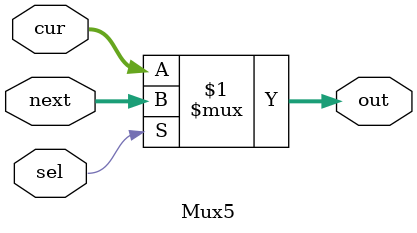
<source format=v>
module Mux5( out, cur, next, sel ) ;
	input [4:0]cur, next ;
	input sel ;
	output [4:0]out ;
	assign out = sel ? next : cur ;
endmodule
</source>
